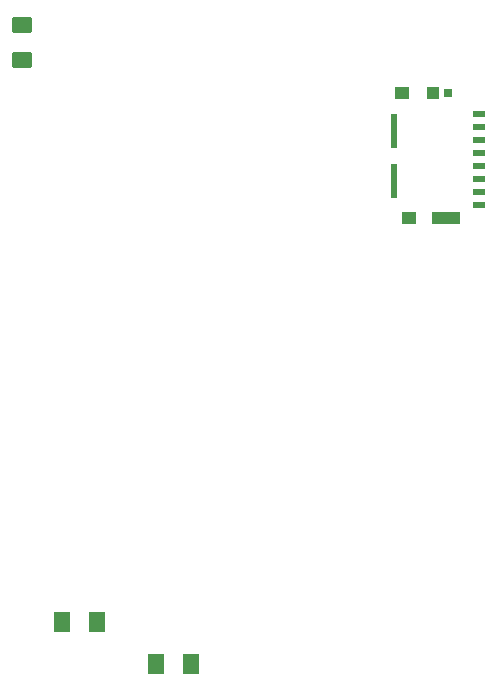
<source format=gbr>
%TF.GenerationSoftware,KiCad,Pcbnew,(6.0.2)*%
%TF.CreationDate,2022-04-07T06:34:10-06:00*%
%TF.ProjectId,MacPortable_THTV1,4d616350-6f72-4746-9162-6c655f544854,rev?*%
%TF.SameCoordinates,Original*%
%TF.FileFunction,Paste,Top*%
%TF.FilePolarity,Positive*%
%FSLAX46Y46*%
G04 Gerber Fmt 4.6, Leading zero omitted, Abs format (unit mm)*
G04 Created by KiCad (PCBNEW (6.0.2)) date 2022-04-07 06:34:10*
%MOMM*%
%LPD*%
G01*
G04 APERTURE LIST*
G04 Aperture macros list*
%AMRoundRect*
0 Rectangle with rounded corners*
0 $1 Rounding radius*
0 $2 $3 $4 $5 $6 $7 $8 $9 X,Y pos of 4 corners*
0 Add a 4 corners polygon primitive as box body*
4,1,4,$2,$3,$4,$5,$6,$7,$8,$9,$2,$3,0*
0 Add four circle primitives for the rounded corners*
1,1,$1+$1,$2,$3*
1,1,$1+$1,$4,$5*
1,1,$1+$1,$6,$7*
1,1,$1+$1,$8,$9*
0 Add four rect primitives between the rounded corners*
20,1,$1+$1,$2,$3,$4,$5,0*
20,1,$1+$1,$4,$5,$6,$7,0*
20,1,$1+$1,$6,$7,$8,$9,0*
20,1,$1+$1,$8,$9,$2,$3,0*%
G04 Aperture macros list end*
%ADD10RoundRect,0.250001X0.462499X0.624999X-0.462499X0.624999X-0.462499X-0.624999X0.462499X-0.624999X0*%
%ADD11RoundRect,0.250001X0.624999X-0.462499X0.624999X0.462499X-0.624999X0.462499X-0.624999X-0.462499X0*%
%ADD12R,0.550000X2.910000*%
%ADD13R,1.000000X0.500000*%
%ADD14R,0.780000X0.720000*%
%ADD15R,1.200000X1.050000*%
%ADD16R,2.390000X1.050000*%
%ADD17R,1.080000X1.050000*%
G04 APERTURE END LIST*
D10*
%TO.C,C1*%
X138069980Y-131361180D03*
X135094980Y-131361180D03*
%TD*%
D11*
%TO.C,C2*%
X123736100Y-80180840D03*
X123736100Y-77205840D03*
%TD*%
D12*
%TO.C,J3*%
X155209460Y-90442240D03*
X155209460Y-86252240D03*
D13*
X162444460Y-84747240D03*
X162444460Y-85847240D03*
X162444460Y-86947240D03*
X162444460Y-88047240D03*
X162444460Y-89147240D03*
X162444460Y-90247240D03*
X162444460Y-91347240D03*
X162444460Y-92447240D03*
D14*
X159764460Y-82987240D03*
D15*
X156454460Y-93622240D03*
D16*
X159639460Y-93622240D03*
D15*
X155884460Y-82977240D03*
D17*
X158494460Y-82987240D03*
%TD*%
D10*
%TO.C,C3*%
X130107080Y-127815340D03*
X127132080Y-127815340D03*
%TD*%
M02*

</source>
